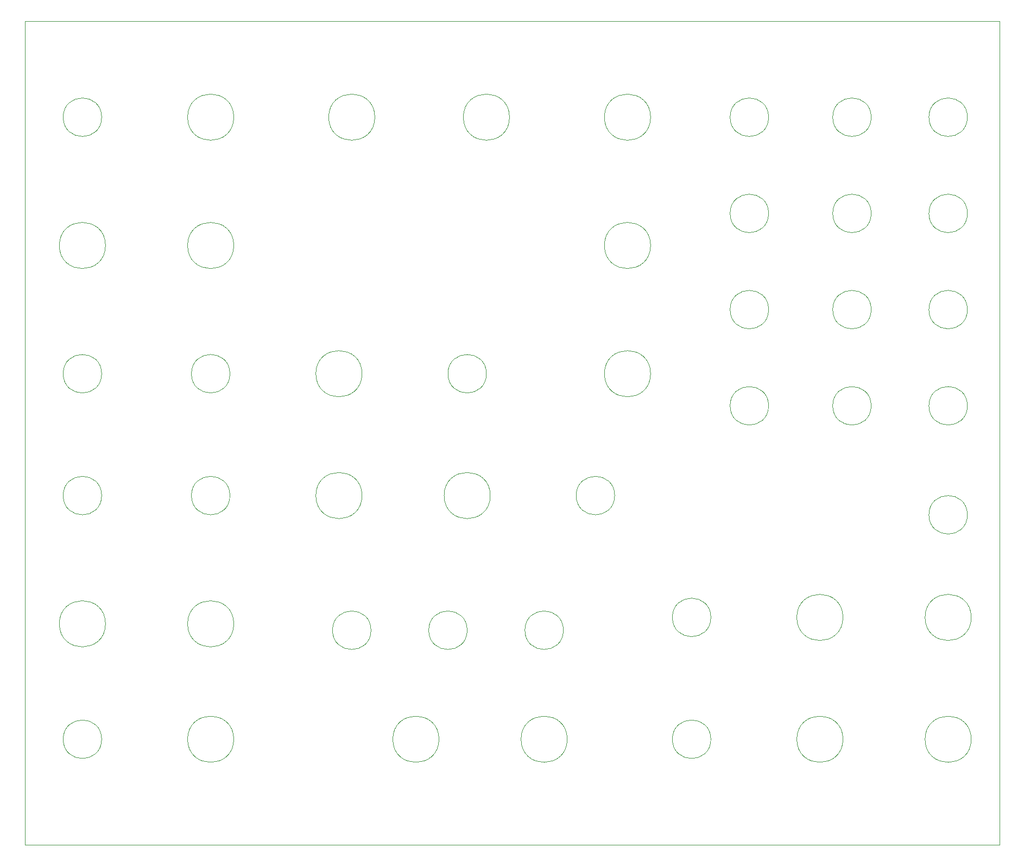
<source format=gm1>
%TF.GenerationSoftware,KiCad,Pcbnew,(6.0.6-0)*%
%TF.CreationDate,2022-10-25T16:40:43+01:00*%
%TF.ProjectId,strata-frontpanel,73747261-7461-42d6-9672-6f6e7470616e,r01*%
%TF.SameCoordinates,Original*%
%TF.FileFunction,Profile,NP*%
%FSLAX46Y46*%
G04 Gerber Fmt 4.6, Leading zero omitted, Abs format (unit mm)*
G04 Created by KiCad (PCBNEW (6.0.6-0)) date 2022-10-25 16:40:43*
%MOMM*%
%LPD*%
G01*
G04 APERTURE LIST*
%TA.AperFunction,Profile*%
%ADD10C,0.120000*%
%TD*%
%TA.AperFunction,Profile*%
%ADD11C,0.100000*%
%TD*%
G04 APERTURE END LIST*
D10*
%TO.C,Ref\u002A\u002A*%
X295000000Y-97000000D02*
G75*
G03*
X295000000Y-97000000I-3000000J0D01*
G01*
X175600000Y-161000000D02*
G75*
G03*
X175600000Y-161000000I-3600000J0D01*
G01*
X279000000Y-112000000D02*
G75*
G03*
X279000000Y-112000000I-3000000J0D01*
G01*
X270000000Y-179000000D02*
G75*
G03*
X270000000Y-179000000I-3000000J0D01*
G01*
X175600000Y-102000000D02*
G75*
G03*
X175600000Y-102000000I-3600000J0D01*
G01*
X310000000Y-82000000D02*
G75*
G03*
X310000000Y-82000000I-3000000J0D01*
G01*
X290600000Y-179000000D02*
G75*
G03*
X290600000Y-179000000I-3600000J0D01*
G01*
X217600000Y-82000000D02*
G75*
G03*
X217600000Y-82000000I-3600000J0D01*
G01*
X238600000Y-82000000D02*
G75*
G03*
X238600000Y-82000000I-3600000J0D01*
G01*
X310600000Y-179000000D02*
G75*
G03*
X310600000Y-179000000I-3600000J0D01*
G01*
X290600000Y-160000000D02*
G75*
G03*
X290600000Y-160000000I-3600000J0D01*
G01*
X247000000Y-162000000D02*
G75*
G03*
X247000000Y-162000000I-3000000J0D01*
G01*
X195000000Y-141000000D02*
G75*
G03*
X195000000Y-141000000I-3000000J0D01*
G01*
X310000000Y-127000000D02*
G75*
G03*
X310000000Y-127000000I-3000000J0D01*
G01*
X235600000Y-141000000D02*
G75*
G03*
X235600000Y-141000000I-3600000J0D01*
G01*
X295000000Y-82000000D02*
G75*
G03*
X295000000Y-82000000I-3000000J0D01*
G01*
X279000000Y-82000000D02*
G75*
G03*
X279000000Y-82000000I-3000000J0D01*
G01*
X310000000Y-144000000D02*
G75*
G03*
X310000000Y-144000000I-3000000J0D01*
G01*
X310000000Y-97000000D02*
G75*
G03*
X310000000Y-97000000I-3000000J0D01*
G01*
X247600000Y-179000000D02*
G75*
G03*
X247600000Y-179000000I-3600000J0D01*
G01*
X310600000Y-160000000D02*
G75*
G03*
X310600000Y-160000000I-3600000J0D01*
G01*
X279000000Y-127000000D02*
G75*
G03*
X279000000Y-127000000I-3000000J0D01*
G01*
X215600000Y-141000000D02*
G75*
G03*
X215600000Y-141000000I-3600000J0D01*
G01*
X175000000Y-141000000D02*
G75*
G03*
X175000000Y-141000000I-3000000J0D01*
G01*
X195600000Y-161000000D02*
G75*
G03*
X195600000Y-161000000I-3600000J0D01*
G01*
X260600000Y-102000000D02*
G75*
G03*
X260600000Y-102000000I-3600000J0D01*
G01*
X195600000Y-179000000D02*
G75*
G03*
X195600000Y-179000000I-3600000J0D01*
G01*
X217000000Y-162000000D02*
G75*
G03*
X217000000Y-162000000I-3000000J0D01*
G01*
X295000000Y-127000000D02*
G75*
G03*
X295000000Y-127000000I-3000000J0D01*
G01*
X195000000Y-122000000D02*
G75*
G03*
X195000000Y-122000000I-3000000J0D01*
G01*
X279000000Y-97000000D02*
G75*
G03*
X279000000Y-97000000I-3000000J0D01*
G01*
X295000000Y-112000000D02*
G75*
G03*
X295000000Y-112000000I-3000000J0D01*
G01*
X195600000Y-102000000D02*
G75*
G03*
X195600000Y-102000000I-3600000J0D01*
G01*
X260600000Y-122000000D02*
G75*
G03*
X260600000Y-122000000I-3600000J0D01*
G01*
X227600000Y-179000000D02*
G75*
G03*
X227600000Y-179000000I-3600000J0D01*
G01*
X195600000Y-82000000D02*
G75*
G03*
X195600000Y-82000000I-3600000J0D01*
G01*
X232000000Y-162000000D02*
G75*
G03*
X232000000Y-162000000I-3000000J0D01*
G01*
X175000000Y-179000000D02*
G75*
G03*
X175000000Y-179000000I-3000000J0D01*
G01*
X260600000Y-82000000D02*
G75*
G03*
X260600000Y-82000000I-3600000J0D01*
G01*
X175000000Y-122000000D02*
G75*
G03*
X175000000Y-122000000I-3000000J0D01*
G01*
X175000000Y-82000000D02*
G75*
G03*
X175000000Y-82000000I-3000000J0D01*
G01*
X270000000Y-160000000D02*
G75*
G03*
X270000000Y-160000000I-3000000J0D01*
G01*
X310000000Y-112000000D02*
G75*
G03*
X310000000Y-112000000I-3000000J0D01*
G01*
X235000000Y-122000000D02*
G75*
G03*
X235000000Y-122000000I-3000000J0D01*
G01*
X255000000Y-141000000D02*
G75*
G03*
X255000000Y-141000000I-3000000J0D01*
G01*
X215600000Y-122000000D02*
G75*
G03*
X215600000Y-122000000I-3600000J0D01*
G01*
D11*
X163000000Y-67000000D02*
X315000000Y-67000000D01*
X315000000Y-195500000D02*
X163000000Y-195500000D01*
X163000000Y-195500000D02*
X163000000Y-67000000D01*
X315000000Y-67000000D02*
X315000000Y-195500000D01*
%TD*%
M02*

</source>
